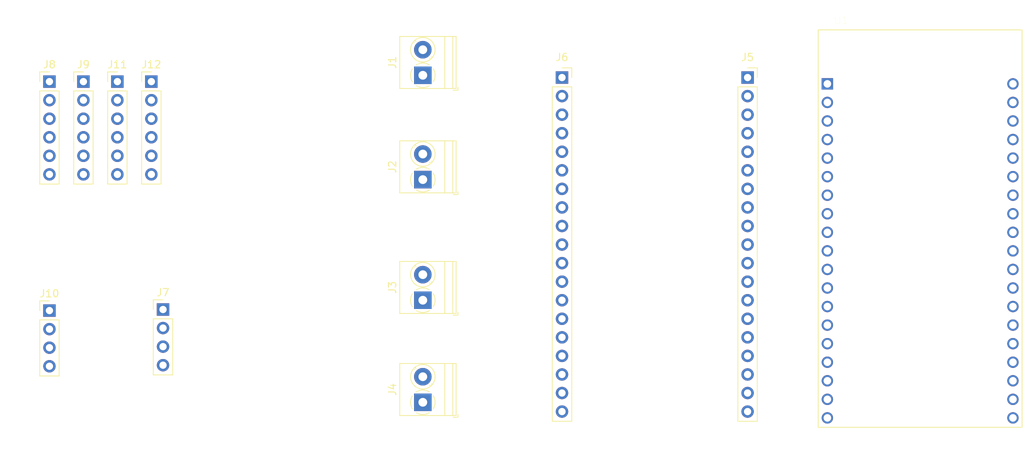
<source format=kicad_pcb>
(kicad_pcb (version 20171130) (host pcbnew "(5.1.9-0-10_14)")

  (general
    (thickness 1.6)
    (drawings 0)
    (tracks 0)
    (zones 0)
    (modules 13)
    (nets 117)
  )

  (page A4)
  (layers
    (0 F.Cu signal)
    (31 B.Cu signal)
    (32 B.Adhes user)
    (33 F.Adhes user)
    (34 B.Paste user)
    (35 F.Paste user)
    (36 B.SilkS user)
    (37 F.SilkS user)
    (38 B.Mask user)
    (39 F.Mask user)
    (40 Dwgs.User user)
    (41 Cmts.User user)
    (42 Eco1.User user)
    (43 Eco2.User user)
    (44 Edge.Cuts user)
    (45 Margin user)
    (46 B.CrtYd user)
    (47 F.CrtYd user)
    (48 B.Fab user)
    (49 F.Fab user)
  )

  (setup
    (last_trace_width 0.25)
    (trace_clearance 0.2)
    (zone_clearance 0.508)
    (zone_45_only no)
    (trace_min 0.2)
    (via_size 0.8)
    (via_drill 0.4)
    (via_min_size 0.4)
    (via_min_drill 0.3)
    (uvia_size 0.3)
    (uvia_drill 0.1)
    (uvias_allowed no)
    (uvia_min_size 0.2)
    (uvia_min_drill 0.1)
    (edge_width 0.05)
    (segment_width 0.2)
    (pcb_text_width 0.3)
    (pcb_text_size 1.5 1.5)
    (mod_edge_width 0.12)
    (mod_text_size 1 1)
    (mod_text_width 0.15)
    (pad_size 1.524 1.524)
    (pad_drill 0.762)
    (pad_to_mask_clearance 0)
    (aux_axis_origin 0 0)
    (visible_elements FFFFFF7F)
    (pcbplotparams
      (layerselection 0x010fc_ffffffff)
      (usegerberextensions false)
      (usegerberattributes true)
      (usegerberadvancedattributes true)
      (creategerberjobfile true)
      (excludeedgelayer true)
      (linewidth 0.100000)
      (plotframeref false)
      (viasonmask false)
      (mode 1)
      (useauxorigin false)
      (hpglpennumber 1)
      (hpglpenspeed 20)
      (hpglpendiameter 15.000000)
      (psnegative false)
      (psa4output false)
      (plotreference true)
      (plotvalue true)
      (plotinvisibletext false)
      (padsonsilk false)
      (subtractmaskfromsilk false)
      (outputformat 1)
      (mirror false)
      (drillshape 1)
      (scaleselection 1)
      (outputdirectory ""))
  )

  (net 0 "")
  (net 1 "Net-(J1-Pad2)")
  (net 2 "Net-(J1-Pad1)")
  (net 3 "Net-(J2-Pad2)")
  (net 4 "Net-(J2-Pad1)")
  (net 5 "Net-(J3-Pad2)")
  (net 6 "Net-(J3-Pad1)")
  (net 7 "Net-(J4-Pad2)")
  (net 8 "Net-(J4-Pad1)")
  (net 9 "Net-(J5-Pad19)")
  (net 10 "Net-(J5-Pad18)")
  (net 11 "Net-(J5-Pad17)")
  (net 12 "Net-(J5-Pad16)")
  (net 13 "Net-(J5-Pad15)")
  (net 14 "Net-(J5-Pad14)")
  (net 15 "Net-(J5-Pad13)")
  (net 16 "Net-(J5-Pad12)")
  (net 17 "Net-(J5-Pad11)")
  (net 18 "Net-(J5-Pad10)")
  (net 19 "Net-(J5-Pad9)")
  (net 20 "Net-(J5-Pad8)")
  (net 21 "Net-(J5-Pad7)")
  (net 22 "Net-(J5-Pad6)")
  (net 23 "Net-(J5-Pad5)")
  (net 24 "Net-(J5-Pad4)")
  (net 25 "Net-(J5-Pad3)")
  (net 26 "Net-(J5-Pad2)")
  (net 27 "Net-(J5-Pad1)")
  (net 28 "Net-(J6-Pad19)")
  (net 29 "Net-(J6-Pad18)")
  (net 30 "Net-(J6-Pad17)")
  (net 31 "Net-(J6-Pad16)")
  (net 32 "Net-(J6-Pad15)")
  (net 33 "Net-(J6-Pad14)")
  (net 34 "Net-(J6-Pad13)")
  (net 35 "Net-(J6-Pad12)")
  (net 36 "Net-(J6-Pad11)")
  (net 37 "Net-(J6-Pad10)")
  (net 38 "Net-(J6-Pad9)")
  (net 39 "Net-(J6-Pad8)")
  (net 40 "Net-(J6-Pad7)")
  (net 41 "Net-(J6-Pad6)")
  (net 42 "Net-(J6-Pad5)")
  (net 43 "Net-(J6-Pad4)")
  (net 44 "Net-(J6-Pad3)")
  (net 45 "Net-(J6-Pad2)")
  (net 46 "Net-(J6-Pad1)")
  (net 47 "Net-(J7-Pad4)")
  (net 48 "Net-(J7-Pad3)")
  (net 49 "Net-(J7-Pad2)")
  (net 50 "Net-(J7-Pad1)")
  (net 51 "Net-(J8-Pad6)")
  (net 52 "Net-(J8-Pad5)")
  (net 53 "Net-(J8-Pad4)")
  (net 54 "Net-(J8-Pad3)")
  (net 55 "Net-(J8-Pad2)")
  (net 56 "Net-(J8-Pad1)")
  (net 57 "Net-(J9-Pad6)")
  (net 58 "Net-(J9-Pad5)")
  (net 59 "Net-(J9-Pad4)")
  (net 60 "Net-(J9-Pad3)")
  (net 61 "Net-(J9-Pad2)")
  (net 62 "Net-(J9-Pad1)")
  (net 63 "Net-(J10-Pad4)")
  (net 64 "Net-(J10-Pad3)")
  (net 65 "Net-(J10-Pad2)")
  (net 66 "Net-(J10-Pad1)")
  (net 67 "Net-(J11-Pad6)")
  (net 68 "Net-(J11-Pad5)")
  (net 69 "Net-(J11-Pad4)")
  (net 70 "Net-(J11-Pad3)")
  (net 71 "Net-(J11-Pad2)")
  (net 72 "Net-(J11-Pad1)")
  (net 73 "Net-(J12-Pad6)")
  (net 74 "Net-(J12-Pad5)")
  (net 75 "Net-(J12-Pad4)")
  (net 76 "Net-(J12-Pad3)")
  (net 77 "Net-(J12-Pad2)")
  (net 78 "Net-(J12-Pad1)")
  (net 79 "Net-(U1-Pad38)")
  (net 80 "Net-(U1-Pad37)")
  (net 81 "Net-(U1-Pad36)")
  (net 82 "Net-(U1-Pad35)")
  (net 83 "Net-(U1-Pad34)")
  (net 84 "Net-(U1-Pad33)")
  (net 85 "Net-(U1-Pad32)")
  (net 86 "Net-(U1-Pad31)")
  (net 87 "Net-(U1-Pad30)")
  (net 88 "Net-(U1-Pad29)")
  (net 89 "Net-(U1-Pad28)")
  (net 90 "Net-(U1-Pad27)")
  (net 91 "Net-(U1-Pad26)")
  (net 92 "Net-(U1-Pad25)")
  (net 93 "Net-(U1-Pad24)")
  (net 94 "Net-(U1-Pad23)")
  (net 95 "Net-(U1-Pad22)")
  (net 96 "Net-(U1-Pad21)")
  (net 97 "Net-(U1-Pad20)")
  (net 98 "Net-(U1-Pad18)")
  (net 99 "Net-(U1-Pad17)")
  (net 100 "Net-(U1-Pad16)")
  (net 101 "Net-(U1-Pad15)")
  (net 102 "Net-(U1-Pad14)")
  (net 103 "Net-(U1-Pad13)")
  (net 104 "Net-(U1-Pad12)")
  (net 105 "Net-(U1-Pad11)")
  (net 106 "Net-(U1-Pad10)")
  (net 107 "Net-(U1-Pad9)")
  (net 108 "Net-(U1-Pad8)")
  (net 109 "Net-(U1-Pad7)")
  (net 110 "Net-(U1-Pad6)")
  (net 111 "Net-(U1-Pad5)")
  (net 112 "Net-(U1-Pad4)")
  (net 113 "Net-(U1-Pad3)")
  (net 114 "Net-(U1-Pad19)")
  (net 115 "Net-(U1-Pad2)")
  (net 116 "Net-(U1-Pad1)")

  (net_class Default "This is the default net class."
    (clearance 0.2)
    (trace_width 0.25)
    (via_dia 0.8)
    (via_drill 0.4)
    (uvia_dia 0.3)
    (uvia_drill 0.1)
    (add_net "Net-(J1-Pad1)")
    (add_net "Net-(J1-Pad2)")
    (add_net "Net-(J10-Pad1)")
    (add_net "Net-(J10-Pad2)")
    (add_net "Net-(J10-Pad3)")
    (add_net "Net-(J10-Pad4)")
    (add_net "Net-(J11-Pad1)")
    (add_net "Net-(J11-Pad2)")
    (add_net "Net-(J11-Pad3)")
    (add_net "Net-(J11-Pad4)")
    (add_net "Net-(J11-Pad5)")
    (add_net "Net-(J11-Pad6)")
    (add_net "Net-(J12-Pad1)")
    (add_net "Net-(J12-Pad2)")
    (add_net "Net-(J12-Pad3)")
    (add_net "Net-(J12-Pad4)")
    (add_net "Net-(J12-Pad5)")
    (add_net "Net-(J12-Pad6)")
    (add_net "Net-(J2-Pad1)")
    (add_net "Net-(J2-Pad2)")
    (add_net "Net-(J3-Pad1)")
    (add_net "Net-(J3-Pad2)")
    (add_net "Net-(J4-Pad1)")
    (add_net "Net-(J4-Pad2)")
    (add_net "Net-(J5-Pad1)")
    (add_net "Net-(J5-Pad10)")
    (add_net "Net-(J5-Pad11)")
    (add_net "Net-(J5-Pad12)")
    (add_net "Net-(J5-Pad13)")
    (add_net "Net-(J5-Pad14)")
    (add_net "Net-(J5-Pad15)")
    (add_net "Net-(J5-Pad16)")
    (add_net "Net-(J5-Pad17)")
    (add_net "Net-(J5-Pad18)")
    (add_net "Net-(J5-Pad19)")
    (add_net "Net-(J5-Pad2)")
    (add_net "Net-(J5-Pad3)")
    (add_net "Net-(J5-Pad4)")
    (add_net "Net-(J5-Pad5)")
    (add_net "Net-(J5-Pad6)")
    (add_net "Net-(J5-Pad7)")
    (add_net "Net-(J5-Pad8)")
    (add_net "Net-(J5-Pad9)")
    (add_net "Net-(J6-Pad1)")
    (add_net "Net-(J6-Pad10)")
    (add_net "Net-(J6-Pad11)")
    (add_net "Net-(J6-Pad12)")
    (add_net "Net-(J6-Pad13)")
    (add_net "Net-(J6-Pad14)")
    (add_net "Net-(J6-Pad15)")
    (add_net "Net-(J6-Pad16)")
    (add_net "Net-(J6-Pad17)")
    (add_net "Net-(J6-Pad18)")
    (add_net "Net-(J6-Pad19)")
    (add_net "Net-(J6-Pad2)")
    (add_net "Net-(J6-Pad3)")
    (add_net "Net-(J6-Pad4)")
    (add_net "Net-(J6-Pad5)")
    (add_net "Net-(J6-Pad6)")
    (add_net "Net-(J6-Pad7)")
    (add_net "Net-(J6-Pad8)")
    (add_net "Net-(J6-Pad9)")
    (add_net "Net-(J7-Pad1)")
    (add_net "Net-(J7-Pad2)")
    (add_net "Net-(J7-Pad3)")
    (add_net "Net-(J7-Pad4)")
    (add_net "Net-(J8-Pad1)")
    (add_net "Net-(J8-Pad2)")
    (add_net "Net-(J8-Pad3)")
    (add_net "Net-(J8-Pad4)")
    (add_net "Net-(J8-Pad5)")
    (add_net "Net-(J8-Pad6)")
    (add_net "Net-(J9-Pad1)")
    (add_net "Net-(J9-Pad2)")
    (add_net "Net-(J9-Pad3)")
    (add_net "Net-(J9-Pad4)")
    (add_net "Net-(J9-Pad5)")
    (add_net "Net-(J9-Pad6)")
    (add_net "Net-(U1-Pad1)")
    (add_net "Net-(U1-Pad10)")
    (add_net "Net-(U1-Pad11)")
    (add_net "Net-(U1-Pad12)")
    (add_net "Net-(U1-Pad13)")
    (add_net "Net-(U1-Pad14)")
    (add_net "Net-(U1-Pad15)")
    (add_net "Net-(U1-Pad16)")
    (add_net "Net-(U1-Pad17)")
    (add_net "Net-(U1-Pad18)")
    (add_net "Net-(U1-Pad19)")
    (add_net "Net-(U1-Pad2)")
    (add_net "Net-(U1-Pad20)")
    (add_net "Net-(U1-Pad21)")
    (add_net "Net-(U1-Pad22)")
    (add_net "Net-(U1-Pad23)")
    (add_net "Net-(U1-Pad24)")
    (add_net "Net-(U1-Pad25)")
    (add_net "Net-(U1-Pad26)")
    (add_net "Net-(U1-Pad27)")
    (add_net "Net-(U1-Pad28)")
    (add_net "Net-(U1-Pad29)")
    (add_net "Net-(U1-Pad3)")
    (add_net "Net-(U1-Pad30)")
    (add_net "Net-(U1-Pad31)")
    (add_net "Net-(U1-Pad32)")
    (add_net "Net-(U1-Pad33)")
    (add_net "Net-(U1-Pad34)")
    (add_net "Net-(U1-Pad35)")
    (add_net "Net-(U1-Pad36)")
    (add_net "Net-(U1-Pad37)")
    (add_net "Net-(U1-Pad38)")
    (add_net "Net-(U1-Pad4)")
    (add_net "Net-(U1-Pad5)")
    (add_net "Net-(U1-Pad6)")
    (add_net "Net-(U1-Pad7)")
    (add_net "Net-(U1-Pad8)")
    (add_net "Net-(U1-Pad9)")
  )

  (module ESP32-DEVKITC-32D:MODULE_ESP32-DEVKITC-32D (layer F.Cu) (tedit 60511141) (tstamp 60517386)
    (at 191.262 46.0248)
    (path /605332C2)
    (fp_text reference U1 (at -10.829175 -28.446045) (layer F.SilkS)
      (effects (font (size 1.000386 1.000386) (thickness 0.015)))
    )
    (fp_text value ESP32-DEVKITC-32D (at 1.24136 28.294535) (layer F.Fab)
      (effects (font (size 1.001047 1.001047) (thickness 0.015)))
    )
    (fp_line (start -13.95 -27.15) (end 13.95 -27.15) (layer F.Fab) (width 0.127))
    (fp_line (start 13.95 -27.15) (end 13.95 27.25) (layer F.Fab) (width 0.127))
    (fp_line (start 13.95 27.25) (end -13.95 27.25) (layer F.Fab) (width 0.127))
    (fp_line (start -13.95 27.25) (end -13.95 -27.15) (layer F.Fab) (width 0.127))
    (fp_line (start -13.95 27.25) (end -13.95 -27.15) (layer F.SilkS) (width 0.127))
    (fp_line (start -13.95 -27.15) (end 13.95 -27.15) (layer F.SilkS) (width 0.127))
    (fp_line (start 13.95 -27.15) (end 13.95 27.25) (layer F.SilkS) (width 0.127))
    (fp_line (start 13.95 27.25) (end -13.95 27.25) (layer F.SilkS) (width 0.127))
    (fp_line (start -14.2 -27.4) (end 14.2 -27.4) (layer F.CrtYd) (width 0.05))
    (fp_line (start 14.2 -27.4) (end 14.2 27.5) (layer F.CrtYd) (width 0.05))
    (fp_line (start 14.2 27.5) (end -14.2 27.5) (layer F.CrtYd) (width 0.05))
    (fp_line (start -14.2 27.5) (end -14.2 -27.4) (layer F.CrtYd) (width 0.05))
    (fp_circle (center -14.6 -19.9) (end -14.46 -19.9) (layer F.Fab) (width 0.28))
    (fp_circle (center -14.6 -19.9) (end -14.46 -19.9) (layer F.Fab) (width 0.28))
    (pad 38 thru_hole circle (at 12.7 25.96) (size 1.56 1.56) (drill 1.04) (layers *.Cu *.Mask)
      (net 79 "Net-(U1-Pad38)"))
    (pad 37 thru_hole circle (at 12.7 23.42) (size 1.56 1.56) (drill 1.04) (layers *.Cu *.Mask)
      (net 80 "Net-(U1-Pad37)"))
    (pad 36 thru_hole circle (at 12.7 20.88) (size 1.56 1.56) (drill 1.04) (layers *.Cu *.Mask)
      (net 81 "Net-(U1-Pad36)"))
    (pad 35 thru_hole circle (at 12.7 18.34) (size 1.56 1.56) (drill 1.04) (layers *.Cu *.Mask)
      (net 82 "Net-(U1-Pad35)"))
    (pad 34 thru_hole circle (at 12.7 15.8) (size 1.56 1.56) (drill 1.04) (layers *.Cu *.Mask)
      (net 83 "Net-(U1-Pad34)"))
    (pad 33 thru_hole circle (at 12.7 13.26) (size 1.56 1.56) (drill 1.04) (layers *.Cu *.Mask)
      (net 84 "Net-(U1-Pad33)"))
    (pad 32 thru_hole circle (at 12.7 10.72) (size 1.56 1.56) (drill 1.04) (layers *.Cu *.Mask)
      (net 85 "Net-(U1-Pad32)"))
    (pad 31 thru_hole circle (at 12.7 8.18) (size 1.56 1.56) (drill 1.04) (layers *.Cu *.Mask)
      (net 86 "Net-(U1-Pad31)"))
    (pad 30 thru_hole circle (at 12.7 5.64) (size 1.56 1.56) (drill 1.04) (layers *.Cu *.Mask)
      (net 87 "Net-(U1-Pad30)"))
    (pad 29 thru_hole circle (at 12.7 3.1) (size 1.56 1.56) (drill 1.04) (layers *.Cu *.Mask)
      (net 88 "Net-(U1-Pad29)"))
    (pad 28 thru_hole circle (at 12.7 0.56) (size 1.56 1.56) (drill 1.04) (layers *.Cu *.Mask)
      (net 89 "Net-(U1-Pad28)"))
    (pad 27 thru_hole circle (at 12.7 -1.98) (size 1.56 1.56) (drill 1.04) (layers *.Cu *.Mask)
      (net 90 "Net-(U1-Pad27)"))
    (pad 26 thru_hole circle (at 12.7 -4.52) (size 1.56 1.56) (drill 1.04) (layers *.Cu *.Mask)
      (net 91 "Net-(U1-Pad26)"))
    (pad 25 thru_hole circle (at 12.7 -7.06) (size 1.56 1.56) (drill 1.04) (layers *.Cu *.Mask)
      (net 92 "Net-(U1-Pad25)"))
    (pad 24 thru_hole circle (at 12.7 -9.6) (size 1.56 1.56) (drill 1.04) (layers *.Cu *.Mask)
      (net 93 "Net-(U1-Pad24)"))
    (pad 23 thru_hole circle (at 12.7 -12.14) (size 1.56 1.56) (drill 1.04) (layers *.Cu *.Mask)
      (net 94 "Net-(U1-Pad23)"))
    (pad 22 thru_hole circle (at 12.7 -14.68) (size 1.56 1.56) (drill 1.04) (layers *.Cu *.Mask)
      (net 95 "Net-(U1-Pad22)"))
    (pad 21 thru_hole circle (at 12.7 -17.22) (size 1.56 1.56) (drill 1.04) (layers *.Cu *.Mask)
      (net 96 "Net-(U1-Pad21)"))
    (pad 20 thru_hole circle (at 12.7 -19.76) (size 1.56 1.56) (drill 1.04) (layers *.Cu *.Mask)
      (net 97 "Net-(U1-Pad20)"))
    (pad 18 thru_hole circle (at -12.7 23.42) (size 1.56 1.56) (drill 1.04) (layers *.Cu *.Mask)
      (net 98 "Net-(U1-Pad18)"))
    (pad 17 thru_hole circle (at -12.7 20.88) (size 1.56 1.56) (drill 1.04) (layers *.Cu *.Mask)
      (net 99 "Net-(U1-Pad17)"))
    (pad 16 thru_hole circle (at -12.7 18.34) (size 1.56 1.56) (drill 1.04) (layers *.Cu *.Mask)
      (net 100 "Net-(U1-Pad16)"))
    (pad 15 thru_hole circle (at -12.7 15.8) (size 1.56 1.56) (drill 1.04) (layers *.Cu *.Mask)
      (net 101 "Net-(U1-Pad15)"))
    (pad 14 thru_hole circle (at -12.7 13.26) (size 1.56 1.56) (drill 1.04) (layers *.Cu *.Mask)
      (net 102 "Net-(U1-Pad14)"))
    (pad 13 thru_hole circle (at -12.7 10.72) (size 1.56 1.56) (drill 1.04) (layers *.Cu *.Mask)
      (net 103 "Net-(U1-Pad13)"))
    (pad 12 thru_hole circle (at -12.7 8.18) (size 1.56 1.56) (drill 1.04) (layers *.Cu *.Mask)
      (net 104 "Net-(U1-Pad12)"))
    (pad 11 thru_hole circle (at -12.7 5.64) (size 1.56 1.56) (drill 1.04) (layers *.Cu *.Mask)
      (net 105 "Net-(U1-Pad11)"))
    (pad 10 thru_hole circle (at -12.7 3.1) (size 1.56 1.56) (drill 1.04) (layers *.Cu *.Mask)
      (net 106 "Net-(U1-Pad10)"))
    (pad 9 thru_hole circle (at -12.7 0.56) (size 1.56 1.56) (drill 1.04) (layers *.Cu *.Mask)
      (net 107 "Net-(U1-Pad9)"))
    (pad 8 thru_hole circle (at -12.7 -1.98) (size 1.56 1.56) (drill 1.04) (layers *.Cu *.Mask)
      (net 108 "Net-(U1-Pad8)"))
    (pad 7 thru_hole circle (at -12.7 -4.52) (size 1.56 1.56) (drill 1.04) (layers *.Cu *.Mask)
      (net 109 "Net-(U1-Pad7)"))
    (pad 6 thru_hole circle (at -12.7 -7.06) (size 1.56 1.56) (drill 1.04) (layers *.Cu *.Mask)
      (net 110 "Net-(U1-Pad6)"))
    (pad 5 thru_hole circle (at -12.7 -9.6) (size 1.56 1.56) (drill 1.04) (layers *.Cu *.Mask)
      (net 111 "Net-(U1-Pad5)"))
    (pad 4 thru_hole circle (at -12.7 -12.14) (size 1.56 1.56) (drill 1.04) (layers *.Cu *.Mask)
      (net 112 "Net-(U1-Pad4)"))
    (pad 3 thru_hole circle (at -12.7 -14.68) (size 1.56 1.56) (drill 1.04) (layers *.Cu *.Mask)
      (net 113 "Net-(U1-Pad3)"))
    (pad 19 thru_hole circle (at -12.7 25.96) (size 1.56 1.56) (drill 1.04) (layers *.Cu *.Mask)
      (net 114 "Net-(U1-Pad19)"))
    (pad 2 thru_hole circle (at -12.7 -17.22) (size 1.56 1.56) (drill 1.04) (layers *.Cu *.Mask)
      (net 115 "Net-(U1-Pad2)"))
    (pad 1 thru_hole rect (at -12.7 -19.76) (size 1.56 1.56) (drill 1.04) (layers *.Cu *.Mask)
      (net 116 "Net-(U1-Pad1)"))
  )

  (module TerminalBlock_Phoenix:TerminalBlock_Phoenix_PT-1,5-2-3.5-H_1x02_P3.50mm_Horizontal (layer F.Cu) (tedit 5B294F3F) (tstamp 6050DD60)
    (at 123.19 69.85 90)
    (descr "Terminal Block Phoenix PT-1,5-2-3.5-H, 2 pins, pitch 3.5mm, size 7x7.6mm^2, drill diamater 1.2mm, pad diameter 2.4mm, see , script-generated using https://github.com/pointhi/kicad-footprint-generator/scripts/TerminalBlock_Phoenix")
    (tags "THT Terminal Block Phoenix PT-1,5-2-3.5-H pitch 3.5mm size 7x7.6mm^2 drill 1.2mm pad 2.4mm")
    (path /60511B46)
    (fp_text reference J4 (at 1.75 -4.16 90) (layer F.SilkS)
      (effects (font (size 1 1) (thickness 0.15)))
    )
    (fp_text value Screw_Terminal_01x02 (at 1.75 5.56 90) (layer F.Fab)
      (effects (font (size 1 1) (thickness 0.15)))
    )
    (fp_text user %R (at 1.75 2.4 90) (layer F.Fab)
      (effects (font (size 1 1) (thickness 0.15)))
    )
    (fp_arc (start 0 0) (end -0.866 1.44) (angle -32) (layer F.SilkS) (width 0.12))
    (fp_arc (start 0 0) (end -1.44 -0.866) (angle -63) (layer F.SilkS) (width 0.12))
    (fp_arc (start 0 0) (end 0.866 -1.44) (angle -63) (layer F.SilkS) (width 0.12))
    (fp_arc (start 0 0) (end 1.425 0.891) (angle -64) (layer F.SilkS) (width 0.12))
    (fp_arc (start 0 0) (end 0 1.68) (angle -32) (layer F.SilkS) (width 0.12))
    (fp_circle (center 0 0) (end 1.5 0) (layer F.Fab) (width 0.1))
    (fp_circle (center 3.5 0) (end 5 0) (layer F.Fab) (width 0.1))
    (fp_circle (center 3.5 0) (end 5.18 0) (layer F.SilkS) (width 0.12))
    (fp_line (start -1.75 -3.1) (end 5.25 -3.1) (layer F.Fab) (width 0.1))
    (fp_line (start 5.25 -3.1) (end 5.25 4.5) (layer F.Fab) (width 0.1))
    (fp_line (start 5.25 4.5) (end -1.35 4.5) (layer F.Fab) (width 0.1))
    (fp_line (start -1.35 4.5) (end -1.75 4.1) (layer F.Fab) (width 0.1))
    (fp_line (start -1.75 4.1) (end -1.75 -3.1) (layer F.Fab) (width 0.1))
    (fp_line (start -1.75 4.1) (end 5.25 4.1) (layer F.Fab) (width 0.1))
    (fp_line (start -1.81 4.1) (end 5.31 4.1) (layer F.SilkS) (width 0.12))
    (fp_line (start -1.75 3) (end 5.25 3) (layer F.Fab) (width 0.1))
    (fp_line (start -1.81 3) (end 5.31 3) (layer F.SilkS) (width 0.12))
    (fp_line (start -1.81 -3.16) (end 5.31 -3.16) (layer F.SilkS) (width 0.12))
    (fp_line (start -1.81 4.56) (end 5.31 4.56) (layer F.SilkS) (width 0.12))
    (fp_line (start -1.81 -3.16) (end -1.81 4.56) (layer F.SilkS) (width 0.12))
    (fp_line (start 5.31 -3.16) (end 5.31 4.56) (layer F.SilkS) (width 0.12))
    (fp_line (start 1.138 -0.955) (end -0.955 1.138) (layer F.Fab) (width 0.1))
    (fp_line (start 0.955 -1.138) (end -1.138 0.955) (layer F.Fab) (width 0.1))
    (fp_line (start 4.638 -0.955) (end 2.546 1.138) (layer F.Fab) (width 0.1))
    (fp_line (start 4.455 -1.138) (end 2.363 0.955) (layer F.Fab) (width 0.1))
    (fp_line (start 4.775 -1.069) (end 4.646 -0.941) (layer F.SilkS) (width 0.12))
    (fp_line (start 2.525 1.181) (end 2.431 1.274) (layer F.SilkS) (width 0.12))
    (fp_line (start 4.57 -1.275) (end 4.476 -1.181) (layer F.SilkS) (width 0.12))
    (fp_line (start 2.355 0.941) (end 2.226 1.069) (layer F.SilkS) (width 0.12))
    (fp_line (start -2.05 4.16) (end -2.05 4.8) (layer F.SilkS) (width 0.12))
    (fp_line (start -2.05 4.8) (end -1.65 4.8) (layer F.SilkS) (width 0.12))
    (fp_line (start -2.25 -3.6) (end -2.25 5) (layer F.CrtYd) (width 0.05))
    (fp_line (start -2.25 5) (end 5.75 5) (layer F.CrtYd) (width 0.05))
    (fp_line (start 5.75 5) (end 5.75 -3.6) (layer F.CrtYd) (width 0.05))
    (fp_line (start 5.75 -3.6) (end -2.25 -3.6) (layer F.CrtYd) (width 0.05))
    (pad 2 thru_hole circle (at 3.5 0 90) (size 2.4 2.4) (drill 1.2) (layers *.Cu *.Mask)
      (net 7 "Net-(J4-Pad2)"))
    (pad 1 thru_hole rect (at 0 0 90) (size 2.4 2.4) (drill 1.2) (layers *.Cu *.Mask)
      (net 8 "Net-(J4-Pad1)"))
    (model ${KISYS3DMOD}/TerminalBlock_Phoenix.3dshapes/TerminalBlock_Phoenix_PT-1,5-2-3.5-H_1x02_P3.50mm_Horizontal.wrl
      (at (xyz 0 0 0))
      (scale (xyz 1 1 1))
      (rotate (xyz 0 0 0))
    )
  )

  (module TerminalBlock_Phoenix:TerminalBlock_Phoenix_PT-1,5-2-3.5-H_1x02_P3.50mm_Horizontal (layer F.Cu) (tedit 5B294F3F) (tstamp 6050DCF9)
    (at 123.19 55.88 90)
    (descr "Terminal Block Phoenix PT-1,5-2-3.5-H, 2 pins, pitch 3.5mm, size 7x7.6mm^2, drill diamater 1.2mm, pad diameter 2.4mm, see , script-generated using https://github.com/pointhi/kicad-footprint-generator/scripts/TerminalBlock_Phoenix")
    (tags "THT Terminal Block Phoenix PT-1,5-2-3.5-H pitch 3.5mm size 7x7.6mm^2 drill 1.2mm pad 2.4mm")
    (path /6051163B)
    (fp_text reference J3 (at 1.75 -4.16 90) (layer F.SilkS)
      (effects (font (size 1 1) (thickness 0.15)))
    )
    (fp_text value Screw_Terminal_01x02 (at 1.75 5.56 90) (layer F.Fab)
      (effects (font (size 1 1) (thickness 0.15)))
    )
    (fp_text user %R (at 1.75 2.4 90) (layer F.Fab)
      (effects (font (size 1 1) (thickness 0.15)))
    )
    (fp_arc (start 0 0) (end -0.866 1.44) (angle -32) (layer F.SilkS) (width 0.12))
    (fp_arc (start 0 0) (end -1.44 -0.866) (angle -63) (layer F.SilkS) (width 0.12))
    (fp_arc (start 0 0) (end 0.866 -1.44) (angle -63) (layer F.SilkS) (width 0.12))
    (fp_arc (start 0 0) (end 1.425 0.891) (angle -64) (layer F.SilkS) (width 0.12))
    (fp_arc (start 0 0) (end 0 1.68) (angle -32) (layer F.SilkS) (width 0.12))
    (fp_circle (center 0 0) (end 1.5 0) (layer F.Fab) (width 0.1))
    (fp_circle (center 3.5 0) (end 5 0) (layer F.Fab) (width 0.1))
    (fp_circle (center 3.5 0) (end 5.18 0) (layer F.SilkS) (width 0.12))
    (fp_line (start -1.75 -3.1) (end 5.25 -3.1) (layer F.Fab) (width 0.1))
    (fp_line (start 5.25 -3.1) (end 5.25 4.5) (layer F.Fab) (width 0.1))
    (fp_line (start 5.25 4.5) (end -1.35 4.5) (layer F.Fab) (width 0.1))
    (fp_line (start -1.35 4.5) (end -1.75 4.1) (layer F.Fab) (width 0.1))
    (fp_line (start -1.75 4.1) (end -1.75 -3.1) (layer F.Fab) (width 0.1))
    (fp_line (start -1.75 4.1) (end 5.25 4.1) (layer F.Fab) (width 0.1))
    (fp_line (start -1.81 4.1) (end 5.31 4.1) (layer F.SilkS) (width 0.12))
    (fp_line (start -1.75 3) (end 5.25 3) (layer F.Fab) (width 0.1))
    (fp_line (start -1.81 3) (end 5.31 3) (layer F.SilkS) (width 0.12))
    (fp_line (start -1.81 -3.16) (end 5.31 -3.16) (layer F.SilkS) (width 0.12))
    (fp_line (start -1.81 4.56) (end 5.31 4.56) (layer F.SilkS) (width 0.12))
    (fp_line (start -1.81 -3.16) (end -1.81 4.56) (layer F.SilkS) (width 0.12))
    (fp_line (start 5.31 -3.16) (end 5.31 4.56) (layer F.SilkS) (width 0.12))
    (fp_line (start 1.138 -0.955) (end -0.955 1.138) (layer F.Fab) (width 0.1))
    (fp_line (start 0.955 -1.138) (end -1.138 0.955) (layer F.Fab) (width 0.1))
    (fp_line (start 4.638 -0.955) (end 2.546 1.138) (layer F.Fab) (width 0.1))
    (fp_line (start 4.455 -1.138) (end 2.363 0.955) (layer F.Fab) (width 0.1))
    (fp_line (start 4.775 -1.069) (end 4.646 -0.941) (layer F.SilkS) (width 0.12))
    (fp_line (start 2.525 1.181) (end 2.431 1.274) (layer F.SilkS) (width 0.12))
    (fp_line (start 4.57 -1.275) (end 4.476 -1.181) (layer F.SilkS) (width 0.12))
    (fp_line (start 2.355 0.941) (end 2.226 1.069) (layer F.SilkS) (width 0.12))
    (fp_line (start -2.05 4.16) (end -2.05 4.8) (layer F.SilkS) (width 0.12))
    (fp_line (start -2.05 4.8) (end -1.65 4.8) (layer F.SilkS) (width 0.12))
    (fp_line (start -2.25 -3.6) (end -2.25 5) (layer F.CrtYd) (width 0.05))
    (fp_line (start -2.25 5) (end 5.75 5) (layer F.CrtYd) (width 0.05))
    (fp_line (start 5.75 5) (end 5.75 -3.6) (layer F.CrtYd) (width 0.05))
    (fp_line (start 5.75 -3.6) (end -2.25 -3.6) (layer F.CrtYd) (width 0.05))
    (pad 2 thru_hole circle (at 3.5 0 90) (size 2.4 2.4) (drill 1.2) (layers *.Cu *.Mask)
      (net 5 "Net-(J3-Pad2)"))
    (pad 1 thru_hole rect (at 0 0 90) (size 2.4 2.4) (drill 1.2) (layers *.Cu *.Mask)
      (net 6 "Net-(J3-Pad1)"))
    (model ${KISYS3DMOD}/TerminalBlock_Phoenix.3dshapes/TerminalBlock_Phoenix_PT-1,5-2-3.5-H_1x02_P3.50mm_Horizontal.wrl
      (at (xyz 0 0 0))
      (scale (xyz 1 1 1))
      (rotate (xyz 0 0 0))
    )
  )

  (module TerminalBlock_Phoenix:TerminalBlock_Phoenix_PT-1,5-2-3.5-H_1x02_P3.50mm_Horizontal (layer F.Cu) (tedit 5B294F3F) (tstamp 6050DC92)
    (at 123.19 39.37 90)
    (descr "Terminal Block Phoenix PT-1,5-2-3.5-H, 2 pins, pitch 3.5mm, size 7x7.6mm^2, drill diamater 1.2mm, pad diameter 2.4mm, see , script-generated using https://github.com/pointhi/kicad-footprint-generator/scripts/TerminalBlock_Phoenix")
    (tags "THT Terminal Block Phoenix PT-1,5-2-3.5-H pitch 3.5mm size 7x7.6mm^2 drill 1.2mm pad 2.4mm")
    (path /60510FBC)
    (fp_text reference J2 (at 1.75 -4.16 90) (layer F.SilkS)
      (effects (font (size 1 1) (thickness 0.15)))
    )
    (fp_text value Screw_Terminal_01x02 (at 1.75 5.56 90) (layer F.Fab)
      (effects (font (size 1 1) (thickness 0.15)))
    )
    (fp_text user %R (at 1.75 2.4 90) (layer F.Fab)
      (effects (font (size 1 1) (thickness 0.15)))
    )
    (fp_arc (start 0 0) (end -0.866 1.44) (angle -32) (layer F.SilkS) (width 0.12))
    (fp_arc (start 0 0) (end -1.44 -0.866) (angle -63) (layer F.SilkS) (width 0.12))
    (fp_arc (start 0 0) (end 0.866 -1.44) (angle -63) (layer F.SilkS) (width 0.12))
    (fp_arc (start 0 0) (end 1.425 0.891) (angle -64) (layer F.SilkS) (width 0.12))
    (fp_arc (start 0 0) (end 0 1.68) (angle -32) (layer F.SilkS) (width 0.12))
    (fp_circle (center 0 0) (end 1.5 0) (layer F.Fab) (width 0.1))
    (fp_circle (center 3.5 0) (end 5 0) (layer F.Fab) (width 0.1))
    (fp_circle (center 3.5 0) (end 5.18 0) (layer F.SilkS) (width 0.12))
    (fp_line (start -1.75 -3.1) (end 5.25 -3.1) (layer F.Fab) (width 0.1))
    (fp_line (start 5.25 -3.1) (end 5.25 4.5) (layer F.Fab) (width 0.1))
    (fp_line (start 5.25 4.5) (end -1.35 4.5) (layer F.Fab) (width 0.1))
    (fp_line (start -1.35 4.5) (end -1.75 4.1) (layer F.Fab) (width 0.1))
    (fp_line (start -1.75 4.1) (end -1.75 -3.1) (layer F.Fab) (width 0.1))
    (fp_line (start -1.75 4.1) (end 5.25 4.1) (layer F.Fab) (width 0.1))
    (fp_line (start -1.81 4.1) (end 5.31 4.1) (layer F.SilkS) (width 0.12))
    (fp_line (start -1.75 3) (end 5.25 3) (layer F.Fab) (width 0.1))
    (fp_line (start -1.81 3) (end 5.31 3) (layer F.SilkS) (width 0.12))
    (fp_line (start -1.81 -3.16) (end 5.31 -3.16) (layer F.SilkS) (width 0.12))
    (fp_line (start -1.81 4.56) (end 5.31 4.56) (layer F.SilkS) (width 0.12))
    (fp_line (start -1.81 -3.16) (end -1.81 4.56) (layer F.SilkS) (width 0.12))
    (fp_line (start 5.31 -3.16) (end 5.31 4.56) (layer F.SilkS) (width 0.12))
    (fp_line (start 1.138 -0.955) (end -0.955 1.138) (layer F.Fab) (width 0.1))
    (fp_line (start 0.955 -1.138) (end -1.138 0.955) (layer F.Fab) (width 0.1))
    (fp_line (start 4.638 -0.955) (end 2.546 1.138) (layer F.Fab) (width 0.1))
    (fp_line (start 4.455 -1.138) (end 2.363 0.955) (layer F.Fab) (width 0.1))
    (fp_line (start 4.775 -1.069) (end 4.646 -0.941) (layer F.SilkS) (width 0.12))
    (fp_line (start 2.525 1.181) (end 2.431 1.274) (layer F.SilkS) (width 0.12))
    (fp_line (start 4.57 -1.275) (end 4.476 -1.181) (layer F.SilkS) (width 0.12))
    (fp_line (start 2.355 0.941) (end 2.226 1.069) (layer F.SilkS) (width 0.12))
    (fp_line (start -2.05 4.16) (end -2.05 4.8) (layer F.SilkS) (width 0.12))
    (fp_line (start -2.05 4.8) (end -1.65 4.8) (layer F.SilkS) (width 0.12))
    (fp_line (start -2.25 -3.6) (end -2.25 5) (layer F.CrtYd) (width 0.05))
    (fp_line (start -2.25 5) (end 5.75 5) (layer F.CrtYd) (width 0.05))
    (fp_line (start 5.75 5) (end 5.75 -3.6) (layer F.CrtYd) (width 0.05))
    (fp_line (start 5.75 -3.6) (end -2.25 -3.6) (layer F.CrtYd) (width 0.05))
    (pad 2 thru_hole circle (at 3.5 0 90) (size 2.4 2.4) (drill 1.2) (layers *.Cu *.Mask)
      (net 3 "Net-(J2-Pad2)"))
    (pad 1 thru_hole rect (at 0 0 90) (size 2.4 2.4) (drill 1.2) (layers *.Cu *.Mask)
      (net 4 "Net-(J2-Pad1)"))
    (model ${KISYS3DMOD}/TerminalBlock_Phoenix.3dshapes/TerminalBlock_Phoenix_PT-1,5-2-3.5-H_1x02_P3.50mm_Horizontal.wrl
      (at (xyz 0 0 0))
      (scale (xyz 1 1 1))
      (rotate (xyz 0 0 0))
    )
  )

  (module TerminalBlock_Phoenix:TerminalBlock_Phoenix_PT-1,5-2-3.5-H_1x02_P3.50mm_Horizontal (layer F.Cu) (tedit 5B294F3F) (tstamp 6050DC2B)
    (at 123.19 25.09 90)
    (descr "Terminal Block Phoenix PT-1,5-2-3.5-H, 2 pins, pitch 3.5mm, size 7x7.6mm^2, drill diamater 1.2mm, pad diameter 2.4mm, see , script-generated using https://github.com/pointhi/kicad-footprint-generator/scripts/TerminalBlock_Phoenix")
    (tags "THT Terminal Block Phoenix PT-1,5-2-3.5-H pitch 3.5mm size 7x7.6mm^2 drill 1.2mm pad 2.4mm")
    (path /6050F85C)
    (fp_text reference J1 (at 1.75 -4.16 90) (layer F.SilkS)
      (effects (font (size 1 1) (thickness 0.15)))
    )
    (fp_text value Screw_Terminal_01x02 (at 1.75 5.56 90) (layer F.Fab)
      (effects (font (size 1 1) (thickness 0.15)))
    )
    (fp_text user %R (at 1.75 2.4 90) (layer F.Fab)
      (effects (font (size 1 1) (thickness 0.15)))
    )
    (fp_arc (start 0 0) (end -0.866 1.44) (angle -32) (layer F.SilkS) (width 0.12))
    (fp_arc (start 0 0) (end -1.44 -0.866) (angle -63) (layer F.SilkS) (width 0.12))
    (fp_arc (start 0 0) (end 0.866 -1.44) (angle -63) (layer F.SilkS) (width 0.12))
    (fp_arc (start 0 0) (end 1.425 0.891) (angle -64) (layer F.SilkS) (width 0.12))
    (fp_arc (start 0 0) (end 0 1.68) (angle -32) (layer F.SilkS) (width 0.12))
    (fp_circle (center 0 0) (end 1.5 0) (layer F.Fab) (width 0.1))
    (fp_circle (center 3.5 0) (end 5 0) (layer F.Fab) (width 0.1))
    (fp_circle (center 3.5 0) (end 5.18 0) (layer F.SilkS) (width 0.12))
    (fp_line (start -1.75 -3.1) (end 5.25 -3.1) (layer F.Fab) (width 0.1))
    (fp_line (start 5.25 -3.1) (end 5.25 4.5) (layer F.Fab) (width 0.1))
    (fp_line (start 5.25 4.5) (end -1.35 4.5) (layer F.Fab) (width 0.1))
    (fp_line (start -1.35 4.5) (end -1.75 4.1) (layer F.Fab) (width 0.1))
    (fp_line (start -1.75 4.1) (end -1.75 -3.1) (layer F.Fab) (width 0.1))
    (fp_line (start -1.75 4.1) (end 5.25 4.1) (layer F.Fab) (width 0.1))
    (fp_line (start -1.81 4.1) (end 5.31 4.1) (layer F.SilkS) (width 0.12))
    (fp_line (start -1.75 3) (end 5.25 3) (layer F.Fab) (width 0.1))
    (fp_line (start -1.81 3) (end 5.31 3) (layer F.SilkS) (width 0.12))
    (fp_line (start -1.81 -3.16) (end 5.31 -3.16) (layer F.SilkS) (width 0.12))
    (fp_line (start -1.81 4.56) (end 5.31 4.56) (layer F.SilkS) (width 0.12))
    (fp_line (start -1.81 -3.16) (end -1.81 4.56) (layer F.SilkS) (width 0.12))
    (fp_line (start 5.31 -3.16) (end 5.31 4.56) (layer F.SilkS) (width 0.12))
    (fp_line (start 1.138 -0.955) (end -0.955 1.138) (layer F.Fab) (width 0.1))
    (fp_line (start 0.955 -1.138) (end -1.138 0.955) (layer F.Fab) (width 0.1))
    (fp_line (start 4.638 -0.955) (end 2.546 1.138) (layer F.Fab) (width 0.1))
    (fp_line (start 4.455 -1.138) (end 2.363 0.955) (layer F.Fab) (width 0.1))
    (fp_line (start 4.775 -1.069) (end 4.646 -0.941) (layer F.SilkS) (width 0.12))
    (fp_line (start 2.525 1.181) (end 2.431 1.274) (layer F.SilkS) (width 0.12))
    (fp_line (start 4.57 -1.275) (end 4.476 -1.181) (layer F.SilkS) (width 0.12))
    (fp_line (start 2.355 0.941) (end 2.226 1.069) (layer F.SilkS) (width 0.12))
    (fp_line (start -2.05 4.16) (end -2.05 4.8) (layer F.SilkS) (width 0.12))
    (fp_line (start -2.05 4.8) (end -1.65 4.8) (layer F.SilkS) (width 0.12))
    (fp_line (start -2.25 -3.6) (end -2.25 5) (layer F.CrtYd) (width 0.05))
    (fp_line (start -2.25 5) (end 5.75 5) (layer F.CrtYd) (width 0.05))
    (fp_line (start 5.75 5) (end 5.75 -3.6) (layer F.CrtYd) (width 0.05))
    (fp_line (start 5.75 -3.6) (end -2.25 -3.6) (layer F.CrtYd) (width 0.05))
    (pad 2 thru_hole circle (at 3.5 0 90) (size 2.4 2.4) (drill 1.2) (layers *.Cu *.Mask)
      (net 1 "Net-(J1-Pad2)"))
    (pad 1 thru_hole rect (at 0 0 90) (size 2.4 2.4) (drill 1.2) (layers *.Cu *.Mask)
      (net 2 "Net-(J1-Pad1)"))
    (model ${KISYS3DMOD}/TerminalBlock_Phoenix.3dshapes/TerminalBlock_Phoenix_PT-1,5-2-3.5-H_1x02_P3.50mm_Horizontal.wrl
      (at (xyz 0 0 0))
      (scale (xyz 1 1 1))
      (rotate (xyz 0 0 0))
    )
  )

  (module Connector_PinSocket_2.54mm:PinSocket_1x19_P2.54mm_Vertical (layer F.Cu) (tedit 5A19A430) (tstamp 6050DDAE)
    (at 142.24 25.4)
    (descr "Through hole straight socket strip, 1x19, 2.54mm pitch, single row (from Kicad 4.0.7), script generated")
    (tags "Through hole socket strip THT 1x19 2.54mm single row")
    (path /60504D3E)
    (fp_text reference J6 (at 0 -2.77) (layer F.SilkS)
      (effects (font (size 1 1) (thickness 0.15)))
    )
    (fp_text value Conn_01x19_Female (at 0 48.49) (layer F.Fab)
      (effects (font (size 1 1) (thickness 0.15)))
    )
    (fp_text user %R (at 0 27.94 90) (layer F.Fab)
      (effects (font (size 1 1) (thickness 0.15)))
    )
    (fp_line (start -1.27 -1.27) (end 0.635 -1.27) (layer F.Fab) (width 0.1))
    (fp_line (start 0.635 -1.27) (end 1.27 -0.635) (layer F.Fab) (width 0.1))
    (fp_line (start 1.27 -0.635) (end 1.27 46.99) (layer F.Fab) (width 0.1))
    (fp_line (start 1.27 46.99) (end -1.27 46.99) (layer F.Fab) (width 0.1))
    (fp_line (start -1.27 46.99) (end -1.27 -1.27) (layer F.Fab) (width 0.1))
    (fp_line (start -1.33 1.27) (end 1.33 1.27) (layer F.SilkS) (width 0.12))
    (fp_line (start -1.33 1.27) (end -1.33 47.05) (layer F.SilkS) (width 0.12))
    (fp_line (start -1.33 47.05) (end 1.33 47.05) (layer F.SilkS) (width 0.12))
    (fp_line (start 1.33 1.27) (end 1.33 47.05) (layer F.SilkS) (width 0.12))
    (fp_line (start 1.33 -1.33) (end 1.33 0) (layer F.SilkS) (width 0.12))
    (fp_line (start 0 -1.33) (end 1.33 -1.33) (layer F.SilkS) (width 0.12))
    (fp_line (start -1.8 -1.8) (end 1.75 -1.8) (layer F.CrtYd) (width 0.05))
    (fp_line (start 1.75 -1.8) (end 1.75 47.5) (layer F.CrtYd) (width 0.05))
    (fp_line (start 1.75 47.5) (end -1.8 47.5) (layer F.CrtYd) (width 0.05))
    (fp_line (start -1.8 47.5) (end -1.8 -1.8) (layer F.CrtYd) (width 0.05))
    (pad 19 thru_hole oval (at 0 45.72) (size 1.7 1.7) (drill 1) (layers *.Cu *.Mask)
      (net 28 "Net-(J6-Pad19)"))
    (pad 18 thru_hole oval (at 0 43.18) (size 1.7 1.7) (drill 1) (layers *.Cu *.Mask)
      (net 29 "Net-(J6-Pad18)"))
    (pad 17 thru_hole oval (at 0 40.64) (size 1.7 1.7) (drill 1) (layers *.Cu *.Mask)
      (net 30 "Net-(J6-Pad17)"))
    (pad 16 thru_hole oval (at 0 38.1) (size 1.7 1.7) (drill 1) (layers *.Cu *.Mask)
      (net 31 "Net-(J6-Pad16)"))
    (pad 15 thru_hole oval (at 0 35.56) (size 1.7 1.7) (drill 1) (layers *.Cu *.Mask)
      (net 32 "Net-(J6-Pad15)"))
    (pad 14 thru_hole oval (at 0 33.02) (size 1.7 1.7) (drill 1) (layers *.Cu *.Mask)
      (net 33 "Net-(J6-Pad14)"))
    (pad 13 thru_hole oval (at 0 30.48) (size 1.7 1.7) (drill 1) (layers *.Cu *.Mask)
      (net 34 "Net-(J6-Pad13)"))
    (pad 12 thru_hole oval (at 0 27.94) (size 1.7 1.7) (drill 1) (layers *.Cu *.Mask)
      (net 35 "Net-(J6-Pad12)"))
    (pad 11 thru_hole oval (at 0 25.4) (size 1.7 1.7) (drill 1) (layers *.Cu *.Mask)
      (net 36 "Net-(J6-Pad11)"))
    (pad 10 thru_hole oval (at 0 22.86) (size 1.7 1.7) (drill 1) (layers *.Cu *.Mask)
      (net 37 "Net-(J6-Pad10)"))
    (pad 9 thru_hole oval (at 0 20.32) (size 1.7 1.7) (drill 1) (layers *.Cu *.Mask)
      (net 38 "Net-(J6-Pad9)"))
    (pad 8 thru_hole oval (at 0 17.78) (size 1.7 1.7) (drill 1) (layers *.Cu *.Mask)
      (net 39 "Net-(J6-Pad8)"))
    (pad 7 thru_hole oval (at 0 15.24) (size 1.7 1.7) (drill 1) (layers *.Cu *.Mask)
      (net 40 "Net-(J6-Pad7)"))
    (pad 6 thru_hole oval (at 0 12.7) (size 1.7 1.7) (drill 1) (layers *.Cu *.Mask)
      (net 41 "Net-(J6-Pad6)"))
    (pad 5 thru_hole oval (at 0 10.16) (size 1.7 1.7) (drill 1) (layers *.Cu *.Mask)
      (net 42 "Net-(J6-Pad5)"))
    (pad 4 thru_hole oval (at 0 7.62) (size 1.7 1.7) (drill 1) (layers *.Cu *.Mask)
      (net 43 "Net-(J6-Pad4)"))
    (pad 3 thru_hole oval (at 0 5.08) (size 1.7 1.7) (drill 1) (layers *.Cu *.Mask)
      (net 44 "Net-(J6-Pad3)"))
    (pad 2 thru_hole oval (at 0 2.54) (size 1.7 1.7) (drill 1) (layers *.Cu *.Mask)
      (net 45 "Net-(J6-Pad2)"))
    (pad 1 thru_hole rect (at 0 0) (size 1.7 1.7) (drill 1) (layers *.Cu *.Mask)
      (net 46 "Net-(J6-Pad1)"))
    (model ${KISYS3DMOD}/Connector_PinSocket_2.54mm.3dshapes/PinSocket_1x19_P2.54mm_Vertical.wrl
      (at (xyz 0 0 0))
      (scale (xyz 1 1 1))
      (rotate (xyz 0 0 0))
    )
  )

  (module Connector_PinSocket_2.54mm:PinSocket_1x19_P2.54mm_Vertical (layer F.Cu) (tedit 5A19A430) (tstamp 6050DD87)
    (at 167.64 25.4)
    (descr "Through hole straight socket strip, 1x19, 2.54mm pitch, single row (from Kicad 4.0.7), script generated")
    (tags "Through hole socket strip THT 1x19 2.54mm single row")
    (path /604FC192)
    (fp_text reference J5 (at 0 -2.77) (layer F.SilkS)
      (effects (font (size 1 1) (thickness 0.15)))
    )
    (fp_text value Conn_01x19_Female (at 0 48.49) (layer F.Fab)
      (effects (font (size 1 1) (thickness 0.15)))
    )
    (fp_text user %R (at 0 22.86 90) (layer F.Fab)
      (effects (font (size 1 1) (thickness 0.15)))
    )
    (fp_line (start -1.27 -1.27) (end 0.635 -1.27) (layer F.Fab) (width 0.1))
    (fp_line (start 0.635 -1.27) (end 1.27 -0.635) (layer F.Fab) (width 0.1))
    (fp_line (start 1.27 -0.635) (end 1.27 46.99) (layer F.Fab) (width 0.1))
    (fp_line (start 1.27 46.99) (end -1.27 46.99) (layer F.Fab) (width 0.1))
    (fp_line (start -1.27 46.99) (end -1.27 -1.27) (layer F.Fab) (width 0.1))
    (fp_line (start -1.33 1.27) (end 1.33 1.27) (layer F.SilkS) (width 0.12))
    (fp_line (start -1.33 1.27) (end -1.33 47.05) (layer F.SilkS) (width 0.12))
    (fp_line (start -1.33 47.05) (end 1.33 47.05) (layer F.SilkS) (width 0.12))
    (fp_line (start 1.33 1.27) (end 1.33 47.05) (layer F.SilkS) (width 0.12))
    (fp_line (start 1.33 -1.33) (end 1.33 0) (layer F.SilkS) (width 0.12))
    (fp_line (start 0 -1.33) (end 1.33 -1.33) (layer F.SilkS) (width 0.12))
    (fp_line (start -1.8 -1.8) (end 1.75 -1.8) (layer F.CrtYd) (width 0.05))
    (fp_line (start 1.75 -1.8) (end 1.75 47.5) (layer F.CrtYd) (width 0.05))
    (fp_line (start 1.75 47.5) (end -1.8 47.5) (layer F.CrtYd) (width 0.05))
    (fp_line (start -1.8 47.5) (end -1.8 -1.8) (layer F.CrtYd) (width 0.05))
    (pad 19 thru_hole oval (at 0 45.72) (size 1.7 1.7) (drill 1) (layers *.Cu *.Mask)
      (net 9 "Net-(J5-Pad19)"))
    (pad 18 thru_hole oval (at 0 43.18) (size 1.7 1.7) (drill 1) (layers *.Cu *.Mask)
      (net 10 "Net-(J5-Pad18)"))
    (pad 17 thru_hole oval (at 0 40.64) (size 1.7 1.7) (drill 1) (layers *.Cu *.Mask)
      (net 11 "Net-(J5-Pad17)"))
    (pad 16 thru_hole oval (at 0 38.1) (size 1.7 1.7) (drill 1) (layers *.Cu *.Mask)
      (net 12 "Net-(J5-Pad16)"))
    (pad 15 thru_hole oval (at 0 35.56) (size 1.7 1.7) (drill 1) (layers *.Cu *.Mask)
      (net 13 "Net-(J5-Pad15)"))
    (pad 14 thru_hole oval (at 0 33.02) (size 1.7 1.7) (drill 1) (layers *.Cu *.Mask)
      (net 14 "Net-(J5-Pad14)"))
    (pad 13 thru_hole oval (at 0 30.48) (size 1.7 1.7) (drill 1) (layers *.Cu *.Mask)
      (net 15 "Net-(J5-Pad13)"))
    (pad 12 thru_hole oval (at 0 27.94) (size 1.7 1.7) (drill 1) (layers *.Cu *.Mask)
      (net 16 "Net-(J5-Pad12)"))
    (pad 11 thru_hole oval (at 0 25.4) (size 1.7 1.7) (drill 1) (layers *.Cu *.Mask)
      (net 17 "Net-(J5-Pad11)"))
    (pad 10 thru_hole oval (at 0 22.86) (size 1.7 1.7) (drill 1) (layers *.Cu *.Mask)
      (net 18 "Net-(J5-Pad10)"))
    (pad 9 thru_hole oval (at 0 20.32) (size 1.7 1.7) (drill 1) (layers *.Cu *.Mask)
      (net 19 "Net-(J5-Pad9)"))
    (pad 8 thru_hole oval (at 0 17.78) (size 1.7 1.7) (drill 1) (layers *.Cu *.Mask)
      (net 20 "Net-(J5-Pad8)"))
    (pad 7 thru_hole oval (at 0 15.24) (size 1.7 1.7) (drill 1) (layers *.Cu *.Mask)
      (net 21 "Net-(J5-Pad7)"))
    (pad 6 thru_hole oval (at 0 12.7) (size 1.7 1.7) (drill 1) (layers *.Cu *.Mask)
      (net 22 "Net-(J5-Pad6)"))
    (pad 5 thru_hole oval (at 0 10.16) (size 1.7 1.7) (drill 1) (layers *.Cu *.Mask)
      (net 23 "Net-(J5-Pad5)"))
    (pad 4 thru_hole oval (at 0 7.62) (size 1.7 1.7) (drill 1) (layers *.Cu *.Mask)
      (net 24 "Net-(J5-Pad4)"))
    (pad 3 thru_hole oval (at 0 5.08) (size 1.7 1.7) (drill 1) (layers *.Cu *.Mask)
      (net 25 "Net-(J5-Pad3)"))
    (pad 2 thru_hole oval (at 0 2.54) (size 1.7 1.7) (drill 1) (layers *.Cu *.Mask)
      (net 26 "Net-(J5-Pad2)"))
    (pad 1 thru_hole rect (at 0 0) (size 1.7 1.7) (drill 1) (layers *.Cu *.Mask)
      (net 27 "Net-(J5-Pad1)"))
    (model ${KISYS3DMOD}/Connector_PinSocket_2.54mm.3dshapes/PinSocket_1x19_P2.54mm_Vertical.wrl
      (at (xyz 0 0 0))
      (scale (xyz 1 1 1))
      (rotate (xyz 0 0 0))
    )
  )

  (module Connector_PinHeader_2.54mm:PinHeader_1x06_P2.54mm_Vertical (layer F.Cu) (tedit 59FED5CC) (tstamp 6050DE46)
    (at 86.035001 25.955001)
    (descr "Through hole straight pin header, 1x06, 2.54mm pitch, single row")
    (tags "Through hole pin header THT 1x06 2.54mm single row")
    (path /60513C58)
    (fp_text reference J12 (at 0 -2.33) (layer F.SilkS)
      (effects (font (size 1 1) (thickness 0.15)))
    )
    (fp_text value Conn_01x06_Male (at 0 15.03) (layer F.Fab)
      (effects (font (size 1 1) (thickness 0.15)))
    )
    (fp_text user %R (at 0 6.35 90) (layer F.Fab)
      (effects (font (size 1 1) (thickness 0.15)))
    )
    (fp_line (start -0.635 -1.27) (end 1.27 -1.27) (layer F.Fab) (width 0.1))
    (fp_line (start 1.27 -1.27) (end 1.27 13.97) (layer F.Fab) (width 0.1))
    (fp_line (start 1.27 13.97) (end -1.27 13.97) (layer F.Fab) (width 0.1))
    (fp_line (start -1.27 13.97) (end -1.27 -0.635) (layer F.Fab) (width 0.1))
    (fp_line (start -1.27 -0.635) (end -0.635 -1.27) (layer F.Fab) (width 0.1))
    (fp_line (start -1.33 14.03) (end 1.33 14.03) (layer F.SilkS) (width 0.12))
    (fp_line (start -1.33 1.27) (end -1.33 14.03) (layer F.SilkS) (width 0.12))
    (fp_line (start 1.33 1.27) (end 1.33 14.03) (layer F.SilkS) (width 0.12))
    (fp_line (start -1.33 1.27) (end 1.33 1.27) (layer F.SilkS) (width 0.12))
    (fp_line (start -1.33 0) (end -1.33 -1.33) (layer F.SilkS) (width 0.12))
    (fp_line (start -1.33 -1.33) (end 0 -1.33) (layer F.SilkS) (width 0.12))
    (fp_line (start -1.8 -1.8) (end -1.8 14.5) (layer F.CrtYd) (width 0.05))
    (fp_line (start -1.8 14.5) (end 1.8 14.5) (layer F.CrtYd) (width 0.05))
    (fp_line (start 1.8 14.5) (end 1.8 -1.8) (layer F.CrtYd) (width 0.05))
    (fp_line (start 1.8 -1.8) (end -1.8 -1.8) (layer F.CrtYd) (width 0.05))
    (pad 6 thru_hole oval (at 0 12.7) (size 1.7 1.7) (drill 1) (layers *.Cu *.Mask)
      (net 73 "Net-(J12-Pad6)"))
    (pad 5 thru_hole oval (at 0 10.16) (size 1.7 1.7) (drill 1) (layers *.Cu *.Mask)
      (net 74 "Net-(J12-Pad5)"))
    (pad 4 thru_hole oval (at 0 7.62) (size 1.7 1.7) (drill 1) (layers *.Cu *.Mask)
      (net 75 "Net-(J12-Pad4)"))
    (pad 3 thru_hole oval (at 0 5.08) (size 1.7 1.7) (drill 1) (layers *.Cu *.Mask)
      (net 76 "Net-(J12-Pad3)"))
    (pad 2 thru_hole oval (at 0 2.54) (size 1.7 1.7) (drill 1) (layers *.Cu *.Mask)
      (net 77 "Net-(J12-Pad2)"))
    (pad 1 thru_hole rect (at 0 0) (size 1.7 1.7) (drill 1) (layers *.Cu *.Mask)
      (net 78 "Net-(J12-Pad1)"))
    (model ${KISYS3DMOD}/Connector_PinHeader_2.54mm.3dshapes/PinHeader_1x06_P2.54mm_Vertical.wrl
      (at (xyz 0 0 0))
      (scale (xyz 1 1 1))
      (rotate (xyz 0 0 0))
    )
  )

  (module Connector_PinHeader_2.54mm:PinHeader_1x06_P2.54mm_Vertical (layer F.Cu) (tedit 59FED5CC) (tstamp 6050DE2C)
    (at 81.385001 25.955001)
    (descr "Through hole straight pin header, 1x06, 2.54mm pitch, single row")
    (tags "Through hole pin header THT 1x06 2.54mm single row")
    (path /6050ED00)
    (fp_text reference J11 (at 0 -2.33) (layer F.SilkS)
      (effects (font (size 1 1) (thickness 0.15)))
    )
    (fp_text value Conn_01x06_Male (at 0 15.03) (layer F.Fab)
      (effects (font (size 1 1) (thickness 0.15)))
    )
    (fp_text user %R (at 0 6.35 90) (layer F.Fab)
      (effects (font (size 1 1) (thickness 0.15)))
    )
    (fp_line (start -0.635 -1.27) (end 1.27 -1.27) (layer F.Fab) (width 0.1))
    (fp_line (start 1.27 -1.27) (end 1.27 13.97) (layer F.Fab) (width 0.1))
    (fp_line (start 1.27 13.97) (end -1.27 13.97) (layer F.Fab) (width 0.1))
    (fp_line (start -1.27 13.97) (end -1.27 -0.635) (layer F.Fab) (width 0.1))
    (fp_line (start -1.27 -0.635) (end -0.635 -1.27) (layer F.Fab) (width 0.1))
    (fp_line (start -1.33 14.03) (end 1.33 14.03) (layer F.SilkS) (width 0.12))
    (fp_line (start -1.33 1.27) (end -1.33 14.03) (layer F.SilkS) (width 0.12))
    (fp_line (start 1.33 1.27) (end 1.33 14.03) (layer F.SilkS) (width 0.12))
    (fp_line (start -1.33 1.27) (end 1.33 1.27) (layer F.SilkS) (width 0.12))
    (fp_line (start -1.33 0) (end -1.33 -1.33) (layer F.SilkS) (width 0.12))
    (fp_line (start -1.33 -1.33) (end 0 -1.33) (layer F.SilkS) (width 0.12))
    (fp_line (start -1.8 -1.8) (end -1.8 14.5) (layer F.CrtYd) (width 0.05))
    (fp_line (start -1.8 14.5) (end 1.8 14.5) (layer F.CrtYd) (width 0.05))
    (fp_line (start 1.8 14.5) (end 1.8 -1.8) (layer F.CrtYd) (width 0.05))
    (fp_line (start 1.8 -1.8) (end -1.8 -1.8) (layer F.CrtYd) (width 0.05))
    (pad 6 thru_hole oval (at 0 12.7) (size 1.7 1.7) (drill 1) (layers *.Cu *.Mask)
      (net 67 "Net-(J11-Pad6)"))
    (pad 5 thru_hole oval (at 0 10.16) (size 1.7 1.7) (drill 1) (layers *.Cu *.Mask)
      (net 68 "Net-(J11-Pad5)"))
    (pad 4 thru_hole oval (at 0 7.62) (size 1.7 1.7) (drill 1) (layers *.Cu *.Mask)
      (net 69 "Net-(J11-Pad4)"))
    (pad 3 thru_hole oval (at 0 5.08) (size 1.7 1.7) (drill 1) (layers *.Cu *.Mask)
      (net 70 "Net-(J11-Pad3)"))
    (pad 2 thru_hole oval (at 0 2.54) (size 1.7 1.7) (drill 1) (layers *.Cu *.Mask)
      (net 71 "Net-(J11-Pad2)"))
    (pad 1 thru_hole rect (at 0 0) (size 1.7 1.7) (drill 1) (layers *.Cu *.Mask)
      (net 72 "Net-(J11-Pad1)"))
    (model ${KISYS3DMOD}/Connector_PinHeader_2.54mm.3dshapes/PinHeader_1x06_P2.54mm_Vertical.wrl
      (at (xyz 0 0 0))
      (scale (xyz 1 1 1))
      (rotate (xyz 0 0 0))
    )
  )

  (module Connector_PinHeader_2.54mm:PinHeader_1x04_P2.54mm_Vertical (layer F.Cu) (tedit 59FED5CC) (tstamp 6050DE12)
    (at 72.085001 57.295001)
    (descr "Through hole straight pin header, 1x04, 2.54mm pitch, single row")
    (tags "Through hole pin header THT 1x04 2.54mm single row")
    (path /60509DF1)
    (fp_text reference J10 (at 0 -2.33) (layer F.SilkS)
      (effects (font (size 1 1) (thickness 0.15)))
    )
    (fp_text value Conn_01x04_Male (at 0 9.95) (layer F.Fab)
      (effects (font (size 1 1) (thickness 0.15)))
    )
    (fp_text user %R (at 0 3.81 90) (layer F.Fab)
      (effects (font (size 1 1) (thickness 0.15)))
    )
    (fp_line (start -0.635 -1.27) (end 1.27 -1.27) (layer F.Fab) (width 0.1))
    (fp_line (start 1.27 -1.27) (end 1.27 8.89) (layer F.Fab) (width 0.1))
    (fp_line (start 1.27 8.89) (end -1.27 8.89) (layer F.Fab) (width 0.1))
    (fp_line (start -1.27 8.89) (end -1.27 -0.635) (layer F.Fab) (width 0.1))
    (fp_line (start -1.27 -0.635) (end -0.635 -1.27) (layer F.Fab) (width 0.1))
    (fp_line (start -1.33 8.95) (end 1.33 8.95) (layer F.SilkS) (width 0.12))
    (fp_line (start -1.33 1.27) (end -1.33 8.95) (layer F.SilkS) (width 0.12))
    (fp_line (start 1.33 1.27) (end 1.33 8.95) (layer F.SilkS) (width 0.12))
    (fp_line (start -1.33 1.27) (end 1.33 1.27) (layer F.SilkS) (width 0.12))
    (fp_line (start -1.33 0) (end -1.33 -1.33) (layer F.SilkS) (width 0.12))
    (fp_line (start -1.33 -1.33) (end 0 -1.33) (layer F.SilkS) (width 0.12))
    (fp_line (start -1.8 -1.8) (end -1.8 9.4) (layer F.CrtYd) (width 0.05))
    (fp_line (start -1.8 9.4) (end 1.8 9.4) (layer F.CrtYd) (width 0.05))
    (fp_line (start 1.8 9.4) (end 1.8 -1.8) (layer F.CrtYd) (width 0.05))
    (fp_line (start 1.8 -1.8) (end -1.8 -1.8) (layer F.CrtYd) (width 0.05))
    (pad 4 thru_hole oval (at 0 7.62) (size 1.7 1.7) (drill 1) (layers *.Cu *.Mask)
      (net 63 "Net-(J10-Pad4)"))
    (pad 3 thru_hole oval (at 0 5.08) (size 1.7 1.7) (drill 1) (layers *.Cu *.Mask)
      (net 64 "Net-(J10-Pad3)"))
    (pad 2 thru_hole oval (at 0 2.54) (size 1.7 1.7) (drill 1) (layers *.Cu *.Mask)
      (net 65 "Net-(J10-Pad2)"))
    (pad 1 thru_hole rect (at 0 0) (size 1.7 1.7) (drill 1) (layers *.Cu *.Mask)
      (net 66 "Net-(J10-Pad1)"))
    (model ${KISYS3DMOD}/Connector_PinHeader_2.54mm.3dshapes/PinHeader_1x04_P2.54mm_Vertical.wrl
      (at (xyz 0 0 0))
      (scale (xyz 1 1 1))
      (rotate (xyz 0 0 0))
    )
  )

  (module Connector_PinHeader_2.54mm:PinHeader_1x06_P2.54mm_Vertical (layer F.Cu) (tedit 59FED5CC) (tstamp 6050DDFA)
    (at 76.735001 25.955001)
    (descr "Through hole straight pin header, 1x06, 2.54mm pitch, single row")
    (tags "Through hole pin header THT 1x06 2.54mm single row")
    (path /60512DC3)
    (fp_text reference J9 (at 0 -2.33) (layer F.SilkS)
      (effects (font (size 1 1) (thickness 0.15)))
    )
    (fp_text value Conn_01x06_Male (at 0 15.03) (layer F.Fab)
      (effects (font (size 1 1) (thickness 0.15)))
    )
    (fp_text user %R (at 0 6.35 90) (layer F.Fab)
      (effects (font (size 1 1) (thickness 0.15)))
    )
    (fp_line (start -0.635 -1.27) (end 1.27 -1.27) (layer F.Fab) (width 0.1))
    (fp_line (start 1.27 -1.27) (end 1.27 13.97) (layer F.Fab) (width 0.1))
    (fp_line (start 1.27 13.97) (end -1.27 13.97) (layer F.Fab) (width 0.1))
    (fp_line (start -1.27 13.97) (end -1.27 -0.635) (layer F.Fab) (width 0.1))
    (fp_line (start -1.27 -0.635) (end -0.635 -1.27) (layer F.Fab) (width 0.1))
    (fp_line (start -1.33 14.03) (end 1.33 14.03) (layer F.SilkS) (width 0.12))
    (fp_line (start -1.33 1.27) (end -1.33 14.03) (layer F.SilkS) (width 0.12))
    (fp_line (start 1.33 1.27) (end 1.33 14.03) (layer F.SilkS) (width 0.12))
    (fp_line (start -1.33 1.27) (end 1.33 1.27) (layer F.SilkS) (width 0.12))
    (fp_line (start -1.33 0) (end -1.33 -1.33) (layer F.SilkS) (width 0.12))
    (fp_line (start -1.33 -1.33) (end 0 -1.33) (layer F.SilkS) (width 0.12))
    (fp_line (start -1.8 -1.8) (end -1.8 14.5) (layer F.CrtYd) (width 0.05))
    (fp_line (start -1.8 14.5) (end 1.8 14.5) (layer F.CrtYd) (width 0.05))
    (fp_line (start 1.8 14.5) (end 1.8 -1.8) (layer F.CrtYd) (width 0.05))
    (fp_line (start 1.8 -1.8) (end -1.8 -1.8) (layer F.CrtYd) (width 0.05))
    (pad 6 thru_hole oval (at 0 12.7) (size 1.7 1.7) (drill 1) (layers *.Cu *.Mask)
      (net 57 "Net-(J9-Pad6)"))
    (pad 5 thru_hole oval (at 0 10.16) (size 1.7 1.7) (drill 1) (layers *.Cu *.Mask)
      (net 58 "Net-(J9-Pad5)"))
    (pad 4 thru_hole oval (at 0 7.62) (size 1.7 1.7) (drill 1) (layers *.Cu *.Mask)
      (net 59 "Net-(J9-Pad4)"))
    (pad 3 thru_hole oval (at 0 5.08) (size 1.7 1.7) (drill 1) (layers *.Cu *.Mask)
      (net 60 "Net-(J9-Pad3)"))
    (pad 2 thru_hole oval (at 0 2.54) (size 1.7 1.7) (drill 1) (layers *.Cu *.Mask)
      (net 61 "Net-(J9-Pad2)"))
    (pad 1 thru_hole rect (at 0 0) (size 1.7 1.7) (drill 1) (layers *.Cu *.Mask)
      (net 62 "Net-(J9-Pad1)"))
    (model ${KISYS3DMOD}/Connector_PinHeader_2.54mm.3dshapes/PinHeader_1x06_P2.54mm_Vertical.wrl
      (at (xyz 0 0 0))
      (scale (xyz 1 1 1))
      (rotate (xyz 0 0 0))
    )
  )

  (module Connector_PinHeader_2.54mm:PinHeader_1x06_P2.54mm_Vertical (layer F.Cu) (tedit 59FED5CC) (tstamp 6050DDE0)
    (at 72.085001 25.955001)
    (descr "Through hole straight pin header, 1x06, 2.54mm pitch, single row")
    (tags "Through hole pin header THT 1x06 2.54mm single row")
    (path /6050BDD0)
    (fp_text reference J8 (at 0 -2.33) (layer F.SilkS)
      (effects (font (size 1 1) (thickness 0.15)))
    )
    (fp_text value Conn_01x06_Male (at 0 15.03) (layer F.Fab)
      (effects (font (size 1 1) (thickness 0.15)))
    )
    (fp_text user %R (at 0 6.35 90) (layer F.Fab)
      (effects (font (size 1 1) (thickness 0.15)))
    )
    (fp_line (start -0.635 -1.27) (end 1.27 -1.27) (layer F.Fab) (width 0.1))
    (fp_line (start 1.27 -1.27) (end 1.27 13.97) (layer F.Fab) (width 0.1))
    (fp_line (start 1.27 13.97) (end -1.27 13.97) (layer F.Fab) (width 0.1))
    (fp_line (start -1.27 13.97) (end -1.27 -0.635) (layer F.Fab) (width 0.1))
    (fp_line (start -1.27 -0.635) (end -0.635 -1.27) (layer F.Fab) (width 0.1))
    (fp_line (start -1.33 14.03) (end 1.33 14.03) (layer F.SilkS) (width 0.12))
    (fp_line (start -1.33 1.27) (end -1.33 14.03) (layer F.SilkS) (width 0.12))
    (fp_line (start 1.33 1.27) (end 1.33 14.03) (layer F.SilkS) (width 0.12))
    (fp_line (start -1.33 1.27) (end 1.33 1.27) (layer F.SilkS) (width 0.12))
    (fp_line (start -1.33 0) (end -1.33 -1.33) (layer F.SilkS) (width 0.12))
    (fp_line (start -1.33 -1.33) (end 0 -1.33) (layer F.SilkS) (width 0.12))
    (fp_line (start -1.8 -1.8) (end -1.8 14.5) (layer F.CrtYd) (width 0.05))
    (fp_line (start -1.8 14.5) (end 1.8 14.5) (layer F.CrtYd) (width 0.05))
    (fp_line (start 1.8 14.5) (end 1.8 -1.8) (layer F.CrtYd) (width 0.05))
    (fp_line (start 1.8 -1.8) (end -1.8 -1.8) (layer F.CrtYd) (width 0.05))
    (pad 6 thru_hole oval (at 0 12.7) (size 1.7 1.7) (drill 1) (layers *.Cu *.Mask)
      (net 51 "Net-(J8-Pad6)"))
    (pad 5 thru_hole oval (at 0 10.16) (size 1.7 1.7) (drill 1) (layers *.Cu *.Mask)
      (net 52 "Net-(J8-Pad5)"))
    (pad 4 thru_hole oval (at 0 7.62) (size 1.7 1.7) (drill 1) (layers *.Cu *.Mask)
      (net 53 "Net-(J8-Pad4)"))
    (pad 3 thru_hole oval (at 0 5.08) (size 1.7 1.7) (drill 1) (layers *.Cu *.Mask)
      (net 54 "Net-(J8-Pad3)"))
    (pad 2 thru_hole oval (at 0 2.54) (size 1.7 1.7) (drill 1) (layers *.Cu *.Mask)
      (net 55 "Net-(J8-Pad2)"))
    (pad 1 thru_hole rect (at 0 0) (size 1.7 1.7) (drill 1) (layers *.Cu *.Mask)
      (net 56 "Net-(J8-Pad1)"))
    (model ${KISYS3DMOD}/Connector_PinHeader_2.54mm.3dshapes/PinHeader_1x06_P2.54mm_Vertical.wrl
      (at (xyz 0 0 0))
      (scale (xyz 1 1 1))
      (rotate (xyz 0 0 0))
    )
  )

  (module Connector_PinHeader_2.54mm:PinHeader_1x04_P2.54mm_Vertical (layer F.Cu) (tedit 59FED5CC) (tstamp 6050DDC6)
    (at 87.63 57.15)
    (descr "Through hole straight pin header, 1x04, 2.54mm pitch, single row")
    (tags "Through hole pin header THT 1x04 2.54mm single row")
    (path /60508DF8)
    (fp_text reference J7 (at 0 -2.33) (layer F.SilkS)
      (effects (font (size 1 1) (thickness 0.15)))
    )
    (fp_text value Conn_01x04_Male (at 0 9.95) (layer F.Fab)
      (effects (font (size 1 1) (thickness 0.15)))
    )
    (fp_text user %R (at 0 4.954999 90) (layer F.Fab)
      (effects (font (size 1 1) (thickness 0.15)))
    )
    (fp_line (start -0.635 -1.27) (end 1.27 -1.27) (layer F.Fab) (width 0.1))
    (fp_line (start 1.27 -1.27) (end 1.27 8.89) (layer F.Fab) (width 0.1))
    (fp_line (start 1.27 8.89) (end -1.27 8.89) (layer F.Fab) (width 0.1))
    (fp_line (start -1.27 8.89) (end -1.27 -0.635) (layer F.Fab) (width 0.1))
    (fp_line (start -1.27 -0.635) (end -0.635 -1.27) (layer F.Fab) (width 0.1))
    (fp_line (start -1.33 8.95) (end 1.33 8.95) (layer F.SilkS) (width 0.12))
    (fp_line (start -1.33 1.27) (end -1.33 8.95) (layer F.SilkS) (width 0.12))
    (fp_line (start 1.33 1.27) (end 1.33 8.95) (layer F.SilkS) (width 0.12))
    (fp_line (start -1.33 1.27) (end 1.33 1.27) (layer F.SilkS) (width 0.12))
    (fp_line (start -1.33 0) (end -1.33 -1.33) (layer F.SilkS) (width 0.12))
    (fp_line (start -1.33 -1.33) (end 0 -1.33) (layer F.SilkS) (width 0.12))
    (fp_line (start -1.8 -1.8) (end -1.8 9.4) (layer F.CrtYd) (width 0.05))
    (fp_line (start -1.8 9.4) (end 1.8 9.4) (layer F.CrtYd) (width 0.05))
    (fp_line (start 1.8 9.4) (end 1.8 -1.8) (layer F.CrtYd) (width 0.05))
    (fp_line (start 1.8 -1.8) (end -1.8 -1.8) (layer F.CrtYd) (width 0.05))
    (pad 4 thru_hole oval (at 0 7.62) (size 1.7 1.7) (drill 1) (layers *.Cu *.Mask)
      (net 47 "Net-(J7-Pad4)"))
    (pad 3 thru_hole oval (at 0 5.08) (size 1.7 1.7) (drill 1) (layers *.Cu *.Mask)
      (net 48 "Net-(J7-Pad3)"))
    (pad 2 thru_hole oval (at 0 2.54) (size 1.7 1.7) (drill 1) (layers *.Cu *.Mask)
      (net 49 "Net-(J7-Pad2)"))
    (pad 1 thru_hole rect (at 0 0) (size 1.7 1.7) (drill 1) (layers *.Cu *.Mask)
      (net 50 "Net-(J7-Pad1)"))
    (model ${KISYS3DMOD}/Connector_PinHeader_2.54mm.3dshapes/PinHeader_1x04_P2.54mm_Vertical.wrl
      (at (xyz 0 0 0))
      (scale (xyz 1 1 1))
      (rotate (xyz 0 0 0))
    )
  )

)

</source>
